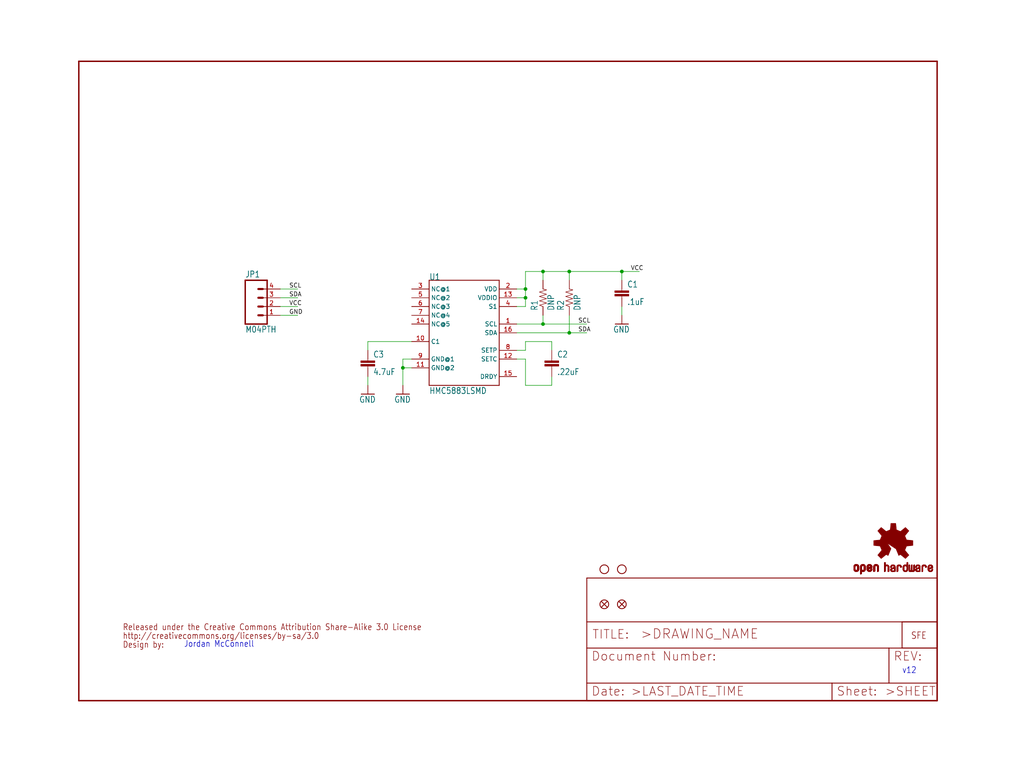
<source format=kicad_sch>
(kicad_sch (version 20211123) (generator eeschema)
  (paper "User" 297.002 223.926)
  (lib_symbols
    (symbol "eagleSchem-eagle-import:CAP0402-CAP"
      (property "Reference" "C" (at 1.524 2.921 0))
      (property "Value" "CAP0402-CAP" (at 1.524 -2.159 0))
      (symbol "CAP0402-CAP_1_0"
        (pin passive line (at 0 5.08 270) (length 2.54) (name "1") (number "1"))
        (pin passive line (at 0 -2.54 90) (length 2.54) (name "2") (number "2"))
      )
    )
    (symbol "eagleSchem-eagle-import:CREATIVE_COMMONS"
      (symbol "CREATIVE_COMMONS_1_0"
        (text "Design by:" (at 0 0 0) (effects (font (size 1.778 1.5113)) (justify left bottom)))
        (text "http://creativecommons.org/licenses/by-sa/3.0" (at 0 2.54 0) (effects (font (size 1.778 1.5113)) (justify left bottom)))
        (text "Released under the Creative Commons Attribution Share-Alike 3.0 License" (at 0 5.08 0) (effects (font (size 1.778 1.5113)) (justify left bottom)))
      )
    )
    (symbol "eagleSchem-eagle-import:FIDUCIAL1X2.5")
    (symbol "eagleSchem-eagle-import:FRAME-LETTER"
      (symbol "FRAME-LETTER_2_0"
        (text ">DRAWING_NAME" (at 15.494 17.78 0) (effects (font (size 2.7432 2.7432)) (justify left bottom)))
        (text ">LAST_DATE_TIME" (at 12.7 1.27 0) (effects (font (size 2.54 2.54)) (justify left bottom)))
        (text ">SHEET" (at 86.36 1.27 0) (effects (font (size 2.54 2.54)) (justify left bottom)))
        (text "Date:" (at 1.27 1.27 0) (effects (font (size 2.54 2.54)) (justify left bottom)))
        (text "Document Number:" (at 1.27 11.43 0) (effects (font (size 2.54 2.54)) (justify left bottom)))
        (text "REV:" (at 88.9 11.43 0) (effects (font (size 2.54 2.54)) (justify left bottom)))
        (text "Sheet:" (at 72.39 1.27 0) (effects (font (size 2.54 2.54)) (justify left bottom)))
        (text "TITLE:" (at 1.524 17.78 0) (effects (font (size 2.54 2.54)) (justify left bottom)))
      )
    )
    (symbol "eagleSchem-eagle-import:GND" (power)
      (property "Value" "GND" (at -2.54 -2.54 0))
      (symbol "GND_1_0"
        (pin power_in line (at 0 2.54 270) (length 2.54) (name "GND") (number "1"))
      )
    )
    (symbol "eagleSchem-eagle-import:HMC5883LSMD"
      (property "Value" "HMC5883LSMD" (at -10.16 -17.78 0))
      (symbol "HMC5883LSMD_1_0"
        (pin bidirectional line (at 15.24 2.54 180) (length 5.08) (name "SCL") (number "1"))
        (pin bidirectional line (at -15.24 -2.54 0) (length 5.08) (name "C1") (number "10"))
        (pin bidirectional line (at -15.24 -10.16 0) (length 5.08) (name "GND@2") (number "11"))
        (pin bidirectional line (at 15.24 -7.62 180) (length 5.08) (name "SETC") (number "12"))
        (pin bidirectional line (at 15.24 10.16 180) (length 5.08) (name "VDDIO") (number "13"))
        (pin bidirectional line (at -15.24 2.54 0) (length 5.08) (name "NC@5") (number "14"))
        (pin bidirectional line (at 15.24 -12.7 180) (length 5.08) (name "DRDY") (number "15"))
        (pin bidirectional line (at 15.24 0 180) (length 5.08) (name "SDA") (number "16"))
        (pin bidirectional line (at 15.24 12.7 180) (length 5.08) (name "VDD") (number "2"))
        (pin bidirectional line (at -15.24 12.7 0) (length 5.08) (name "NC@1") (number "3"))
        (pin bidirectional line (at 15.24 7.62 180) (length 5.08) (name "S1") (number "4"))
        (pin bidirectional line (at -15.24 10.16 0) (length 5.08) (name "NC@2") (number "5"))
        (pin bidirectional line (at -15.24 7.62 0) (length 5.08) (name "NC@3") (number "6"))
        (pin bidirectional line (at -15.24 5.08 0) (length 5.08) (name "NC@4") (number "7"))
        (pin bidirectional line (at 15.24 -5.08 180) (length 5.08) (name "SETP") (number "8"))
        (pin bidirectional line (at -15.24 -7.62 0) (length 5.08) (name "GND@1") (number "9"))
      )
    )
    (symbol "eagleSchem-eagle-import:LOGO-SFESK"
      (symbol "LOGO-SFESK_1_0"
        (text "SFE" (at 0 0 0) (effects (font (size 1.9304 1.6408)) (justify left bottom)))
      )
    )
    (symbol "eagleSchem-eagle-import:M04PTH"
      (property "Reference" "JP" (at -5.08 8.382 0))
      (property "Value" "M04PTH" (at -5.08 -7.62 0))
      (symbol "M04PTH_1_0"
        (pin passive line (at 5.08 -2.54 180) (length 5.08) (name "1") (number "1"))
        (pin passive line (at 5.08 0 180) (length 5.08) (name "2") (number "2"))
        (pin passive line (at 5.08 2.54 180) (length 5.08) (name "3") (number "3"))
        (pin passive line (at 5.08 5.08 180) (length 5.08) (name "4") (number "4"))
      )
    )
    (symbol "eagleSchem-eagle-import:OSHW-LOGOM")
    (symbol "eagleSchem-eagle-import:RESISTOR0402-RES"
      (property "Reference" "R" (at -3.81 1.4986 0))
      (property "Value" "RESISTOR0402-RES" (at -3.81 -3.302 0))
      (symbol "RESISTOR0402-RES_1_0"
        (pin passive line (at -5.08 0 0) (length 2.54) (name "1") (number "1"))
        (pin passive line (at 5.08 0 180) (length 2.54) (name "2") (number "2"))
      )
    )
    (symbol "eagleSchem-eagle-import:STAND-OFF")
  )
  (junction (at 157.48 78.74))
  (junction (at 180.34 78.74))
  (junction (at 165.1 78.74))
  (junction (at 152.4 83.82))
  (junction (at 165.1 96.52))
  (junction (at 152.4 86.36))
  (junction (at 116.84 106.68))
  (junction (at 157.48 93.98))
  (wire (pts (xy 157.48 93.98) (xy 170.18 93.98)))
  (wire (pts (xy 157.48 78.74) (xy 157.48 81.28)))
  (wire (pts (xy 106.68 99.06) (xy 119.38 99.06)))
  (wire (pts (xy 81.28 86.36) (xy 86.36 86.36)))
  (wire (pts (xy 149.86 93.98) (xy 157.48 93.98)))
  (wire (pts (xy 157.48 91.44) (xy 157.48 93.98)))
  (wire (pts (xy 116.84 111.76) (xy 116.84 106.68)))
  (wire (pts (xy 81.28 83.82) (xy 86.36 83.82)))
  (wire (pts (xy 152.4 88.9) (xy 152.4 86.36)))
  (wire (pts (xy 149.86 88.9) (xy 152.4 88.9)))
  (wire (pts (xy 152.4 78.74) (xy 157.48 78.74)))
  (wire (pts (xy 180.34 78.74) (xy 185.42 78.74)))
  (wire (pts (xy 180.34 88.9) (xy 180.34 91.44)))
  (wire (pts (xy 149.86 83.82) (xy 152.4 83.82)))
  (wire (pts (xy 106.68 101.6) (xy 106.68 99.06)))
  (wire (pts (xy 116.84 104.14) (xy 119.38 104.14)))
  (wire (pts (xy 116.84 106.68) (xy 116.84 104.14)))
  (wire (pts (xy 165.1 78.74) (xy 180.34 78.74)))
  (wire (pts (xy 152.4 111.76) (xy 160.02 111.76)))
  (wire (pts (xy 106.68 111.76) (xy 106.68 109.22)))
  (wire (pts (xy 152.4 104.14) (xy 152.4 111.76)))
  (wire (pts (xy 149.86 86.36) (xy 152.4 86.36)))
  (wire (pts (xy 165.1 96.52) (xy 170.18 96.52)))
  (wire (pts (xy 180.34 78.74) (xy 180.34 81.28)))
  (wire (pts (xy 160.02 111.76) (xy 160.02 109.22)))
  (wire (pts (xy 149.86 101.6) (xy 152.4 101.6)))
  (wire (pts (xy 152.4 86.36) (xy 152.4 83.82)))
  (wire (pts (xy 81.28 88.9) (xy 86.36 88.9)))
  (wire (pts (xy 119.38 106.68) (xy 116.84 106.68)))
  (wire (pts (xy 81.28 91.44) (xy 86.36 91.44)))
  (wire (pts (xy 160.02 99.06) (xy 160.02 101.6)))
  (wire (pts (xy 165.1 96.52) (xy 165.1 91.44)))
  (wire (pts (xy 149.86 104.14) (xy 152.4 104.14)))
  (wire (pts (xy 149.86 96.52) (xy 165.1 96.52)))
  (wire (pts (xy 152.4 83.82) (xy 152.4 78.74)))
  (wire (pts (xy 152.4 101.6) (xy 152.4 99.06)))
  (wire (pts (xy 157.48 78.74) (xy 165.1 78.74)))
  (wire (pts (xy 152.4 99.06) (xy 160.02 99.06)))
  (wire (pts (xy 165.1 78.74) (xy 165.1 81.28)))
  (text "v12" (at 261.62 195.58 180) (effects (font (size 1.778 1.5113)) (justify left bottom)))
  (text "Jordan McConnell" (at 53.34 187.96 180) (effects (font (size 1.778 1.5113)) (justify left bottom)))
  (label "SCL" (at 83.82 83.82 0) (effects (font (size 1.2446 1.2446))))
  (label "SDA" (at 83.82 86.36 0) (effects (font (size 1.2446 1.2446))))
  (label "SDA" (at 167.64 96.52 0) (effects (font (size 1.2446 1.2446))))
  (label "VCC" (at 83.82 88.9 0) (effects (font (size 1.2446 1.2446))))
  (label "GND" (at 83.82 91.44 0) (effects (font (size 1.2446 1.2446))))
  (label "VCC" (at 182.88 78.74 0) (effects (font (size 1.2446 1.2446))))
  (label "SCL" (at 167.64 93.98 0) (effects (font (size 1.2446 1.2446))))
  (symbol (lib_id "eagleSchem-eagle-import:FRAME-LETTER") (at 22.86 203.2 0) (unit 1)
    (property "Reference" "#FRAME1" (effects hide))
    (property "Value" "FRAME-LETTER" (effects hide))
    (property "Footprint" "eagleSchem:" (effects hide))
  )
  (symbol (lib_id "eagleSchem-eagle-import:FIDUCIAL1X2.5") (at 175.26 175.26 0) (unit 1)
    (property "Reference" "JP6" (effects hide))
    (property "Value" "FIDUCIAL1X2.5" (effects hide))
    (property "Footprint" "eagleSchem:FIDUCIAL-1X2.5" (effects hide))
  )
  (symbol (lib_id "eagleSchem-eagle-import:GND") (at 116.84 114.3 0) (unit 1)
    (property "Reference" "#GND2" (effects hide))
    (property "Value" "GND" (at 114.3 116.84 0) (effects (font (size 1.778 1.5113)) (justify left bottom)))
    (property "Footprint" "eagleSchem:" (effects hide))
  )
  (symbol (lib_id "eagleSchem-eagle-import:FRAME-LETTER") (at 170.18 203.2 0) (unit 2)
    (property "Reference" "#FRAME1" (effects hide))
    (property "Value" "FRAME-LETTER" (effects hide))
    (property "Footprint" "eagleSchem:" (effects hide))
  )
  (symbol (lib_id "eagleSchem-eagle-import:CAP0402-CAP") (at 106.68 106.68 0) (unit 1)
    (property "Reference" "C3" (at 108.204 103.759 0) (effects (font (size 1.778 1.5113)) (justify left bottom)))
    (property "Value" "4.7uF" (at 108.204 108.839 0) (effects (font (size 1.778 1.5113)) (justify left bottom)))
    (property "Footprint" "eagleSchem:0402-CAP" (effects hide))
  )
  (symbol (lib_id "eagleSchem-eagle-import:HMC5883LSMD") (at 134.62 96.52 0) (unit 1)
    (property "Reference" "U1" (at 124.46 81.28 0) (effects (font (size 1.778 1.5113)) (justify left bottom)))
    (property "Value" "HMC5883LSMD" (at 124.46 114.3 0) (effects (font (size 1.778 1.5113)) (justify left bottom)))
    (property "Footprint" "eagleSchem:16LPCC" (effects hide))
  )
  (symbol (lib_id "eagleSchem-eagle-import:OSHW-LOGOM") (at 259.08 157.48 0) (unit 1)
    (property "Reference" "U$2" (effects hide))
    (property "Value" "OSHW-LOGOM" (effects hide))
    (property "Footprint" "eagleSchem:OSHW-LOGO-M" (effects hide))
  )
  (symbol (lib_id "eagleSchem-eagle-import:FIDUCIAL1X2.5") (at 180.34 175.26 0) (unit 1)
    (property "Reference" "JP5" (effects hide))
    (property "Value" "FIDUCIAL1X2.5" (effects hide))
    (property "Footprint" "eagleSchem:FIDUCIAL-1X2.5" (effects hide))
  )
  (symbol (lib_id "eagleSchem-eagle-import:CAP0402-CAP") (at 160.02 106.68 0) (unit 1)
    (property "Reference" "C2" (at 161.544 103.759 0) (effects (font (size 1.778 1.5113)) (justify left bottom)))
    (property "Value" ".22uF" (at 161.544 108.839 0) (effects (font (size 1.778 1.5113)) (justify left bottom)))
    (property "Footprint" "eagleSchem:0402-CAP" (effects hide))
  )
  (symbol (lib_id "eagleSchem-eagle-import:STAND-OFF") (at 175.26 165.1 0) (unit 1)
    (property "Reference" "JP2" (effects hide))
    (property "Value" "STAND-OFF" (effects hide))
    (property "Footprint" "eagleSchem:STAND-OFF" (effects hide))
  )
  (symbol (lib_id "eagleSchem-eagle-import:CREATIVE_COMMONS") (at 35.56 187.96 0) (unit 1)
    (property "Reference" "U$1" (effects hide))
    (property "Value" "CREATIVE_COMMONS" (effects hide))
    (property "Footprint" "eagleSchem:CREATIVE_COMMONS" (effects hide))
  )
  (symbol (lib_id "eagleSchem-eagle-import:M04PTH") (at 76.2 88.9 0) (unit 1)
    (property "Reference" "JP1" (at 71.12 80.518 0) (effects (font (size 1.778 1.5113)) (justify left bottom)))
    (property "Value" "M04PTH" (at 71.12 96.52 0) (effects (font (size 1.778 1.5113)) (justify left bottom)))
    (property "Footprint" "eagleSchem:1X04" (effects hide))
  )
  (symbol (lib_id "eagleSchem-eagle-import:GND") (at 106.68 114.3 0) (unit 1)
    (property "Reference" "#GND1" (effects hide))
    (property "Value" "GND" (at 104.14 116.84 0) (effects (font (size 1.778 1.5113)) (justify left bottom)))
    (property "Footprint" "eagleSchem:" (effects hide))
  )
  (symbol (lib_id "eagleSchem-eagle-import:RESISTOR0402-RES") (at 157.48 86.36 90) (unit 1)
    (property "Reference" "R1" (at 155.9814 90.17 0) (effects (font (size 1.778 1.5113)) (justify left bottom)))
    (property "Value" "DNP" (at 160.782 90.17 0) (effects (font (size 1.778 1.5113)) (justify left bottom)))
    (property "Footprint" "eagleSchem:0402-RES" (effects hide))
  )
  (symbol (lib_id "eagleSchem-eagle-import:STAND-OFF") (at 180.34 165.1 0) (unit 1)
    (property "Reference" "JP3" (effects hide))
    (property "Value" "STAND-OFF" (effects hide))
    (property "Footprint" "eagleSchem:STAND-OFF" (effects hide))
  )
  (symbol (lib_id "eagleSchem-eagle-import:GND") (at 180.34 93.98 0) (unit 1)
    (property "Reference" "#GND3" (effects hide))
    (property "Value" "GND" (at 177.8 96.52 0) (effects (font (size 1.778 1.5113)) (justify left bottom)))
    (property "Footprint" "eagleSchem:" (effects hide))
  )
  (symbol (lib_id "eagleSchem-eagle-import:LOGO-SFESK") (at 264.16 185.42 0) (unit 1)
    (property "Reference" "JP4" (effects hide))
    (property "Value" "LOGO-SFESK" (effects hide))
    (property "Footprint" "eagleSchem:SFE-LOGO-FLAME" (effects hide))
  )
  (symbol (lib_id "eagleSchem-eagle-import:RESISTOR0402-RES") (at 165.1 86.36 90) (unit 1)
    (property "Reference" "R2" (at 163.6014 90.17 0) (effects (font (size 1.778 1.5113)) (justify left bottom)))
    (property "Value" "DNP" (at 168.402 90.17 0) (effects (font (size 1.778 1.5113)) (justify left bottom)))
    (property "Footprint" "eagleSchem:0402-RES" (effects hide))
  )
  (symbol (lib_id "eagleSchem-eagle-import:CAP0402-CAP") (at 180.34 86.36 0) (unit 1)
    (property "Reference" "C1" (at 181.864 83.439 0) (effects (font (size 1.778 1.5113)) (justify left bottom)))
    (property "Value" ".1uF" (at 181.864 88.519 0) (effects (font (size 1.778 1.5113)) (justify left bottom)))
    (property "Footprint" "eagleSchem:0402-CAP" (effects hide))
  )
)
</source>
